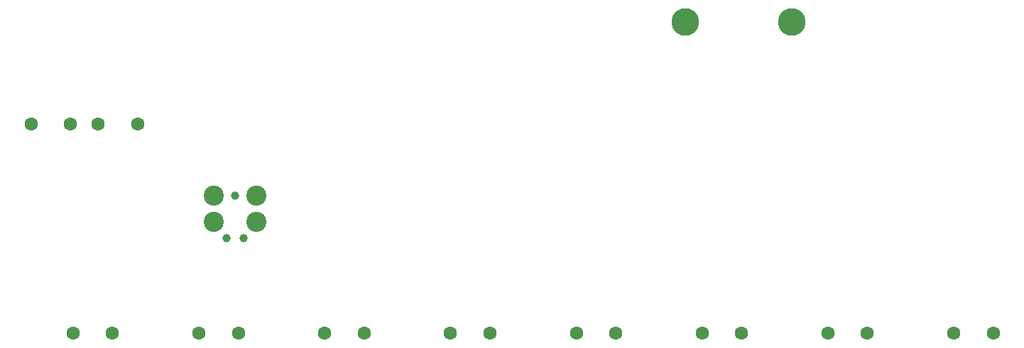
<source format=gbr>
%TF.GenerationSoftware,Altium Limited,Altium Designer,23.11.1 (41)*%
G04 Layer_Color=0*
%FSLAX45Y45*%
%MOMM*%
%TF.SameCoordinates,42F4153E-1698-40C0-8701-72EE62771F10*%
%TF.FilePolarity,Positive*%
%TF.FileFunction,NonPlated,1,6,NPTH,Drill*%
%TF.Part,Single*%
G01*
G75*
%TA.AperFunction,ComponentDrill*%
%ADD116C,1.60000*%
%ADD117C,2.40000*%
%ADD118C,2.40000*%
%ADD119C,1.00000*%
%ADD120C,3.30000*%
D116*
X7935000Y5700000D02*
D03*
X7465000D02*
D03*
X2935000Y8200000D02*
D03*
X2465000D02*
D03*
X3735000D02*
D03*
X3265000D02*
D03*
X13935001Y5700000D02*
D03*
X13464999D02*
D03*
X12435000D02*
D03*
X11965000D02*
D03*
X10935000D02*
D03*
X10465000D02*
D03*
X9435000D02*
D03*
X8965000D02*
D03*
X6435000D02*
D03*
X5965000D02*
D03*
X4935000D02*
D03*
X4465000D02*
D03*
X3435000D02*
D03*
X2965000D02*
D03*
D117*
X5154001Y7026019D02*
D03*
X4646001Y7026018D02*
D03*
D118*
X4646000Y7343498D02*
D03*
X5154000Y7343500D02*
D03*
D119*
X4900000Y7343499D02*
D03*
X4798500Y6835500D02*
D03*
X5001500Y6835499D02*
D03*
D120*
X11535000Y9417000D02*
D03*
X10265000D02*
D03*
%TF.MD5,236fd95ba7898185a06d4939cf67a6e3*%
M02*

</source>
